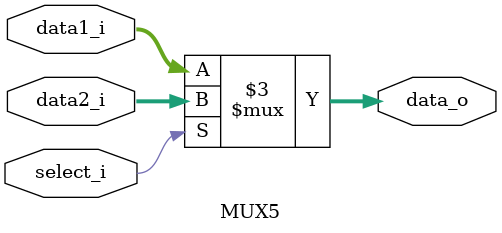
<source format=v>
module MUX5(
	data1_i, 
	data2_i, 
	select_i,
	data_o
);

input	[4:0]		data1_i;
input	[4:0]		data2_i;
input				select_i;
output	[4:0]		data_o;

reg	[4:0]		data_o;

always@ (*) begin
	if(select_i) begin
		data_o = data2_i;
	end
	else begin
		data_o = data1_i;
	end
end

endmodule

</source>
